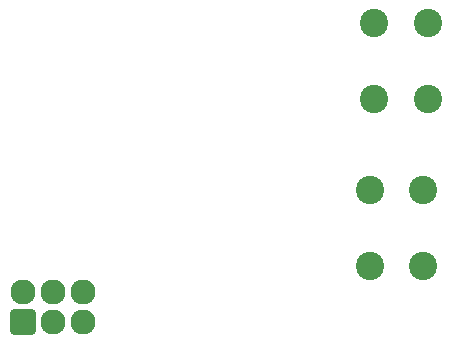
<source format=gbr>
%TF.GenerationSoftware,KiCad,Pcbnew,(7.0.0)*%
%TF.CreationDate,2024-07-03T12:20:39-05:00*%
%TF.ProjectId,DC32H4X0R,44433332-4834-4583-9052-2e6b69636164,rev?*%
%TF.SameCoordinates,Original*%
%TF.FileFunction,Soldermask,Bot*%
%TF.FilePolarity,Negative*%
%FSLAX46Y46*%
G04 Gerber Fmt 4.6, Leading zero omitted, Abs format (unit mm)*
G04 Created by KiCad (PCBNEW (7.0.0)) date 2024-07-03 12:20:39*
%MOMM*%
%LPD*%
G01*
G04 APERTURE LIST*
G04 Aperture macros list*
%AMRoundRect*
0 Rectangle with rounded corners*
0 $1 Rounding radius*
0 $2 $3 $4 $5 $6 $7 $8 $9 X,Y pos of 4 corners*
0 Add a 4 corners polygon primitive as box body*
4,1,4,$2,$3,$4,$5,$6,$7,$8,$9,$2,$3,0*
0 Add four circle primitives for the rounded corners*
1,1,$1+$1,$2,$3*
1,1,$1+$1,$4,$5*
1,1,$1+$1,$6,$7*
1,1,$1+$1,$8,$9*
0 Add four rect primitives between the rounded corners*
20,1,$1+$1,$2,$3,$4,$5,0*
20,1,$1+$1,$4,$5,$6,$7,0*
20,1,$1+$1,$6,$7,$8,$9,0*
20,1,$1+$1,$8,$9,$2,$3,0*%
G04 Aperture macros list end*
%ADD10C,2.127200*%
%ADD11O,2.127200X2.127200*%
%ADD12RoundRect,0.200000X-0.863600X0.863600X-0.863600X-0.863600X0.863600X-0.863600X0.863600X0.863600X0*%
%ADD13C,2.400000*%
G04 APERTURE END LIST*
D10*
%TO.C,X1*%
X72780000Y-73840000D03*
X72780000Y-76380000D03*
D11*
X70239999Y-73839999D03*
X70239999Y-76379999D03*
X67699999Y-73839999D03*
D12*
X67700000Y-76380000D03*
%TD*%
D13*
%TO.C,SW2*%
X97080000Y-65150000D03*
X97080000Y-71650000D03*
X101580000Y-65150000D03*
X101580000Y-71650000D03*
%TD*%
%TO.C,SW1*%
X97420000Y-51010000D03*
X97420000Y-57510000D03*
X101920000Y-51010000D03*
X101920000Y-57510000D03*
%TD*%
M02*

</source>
